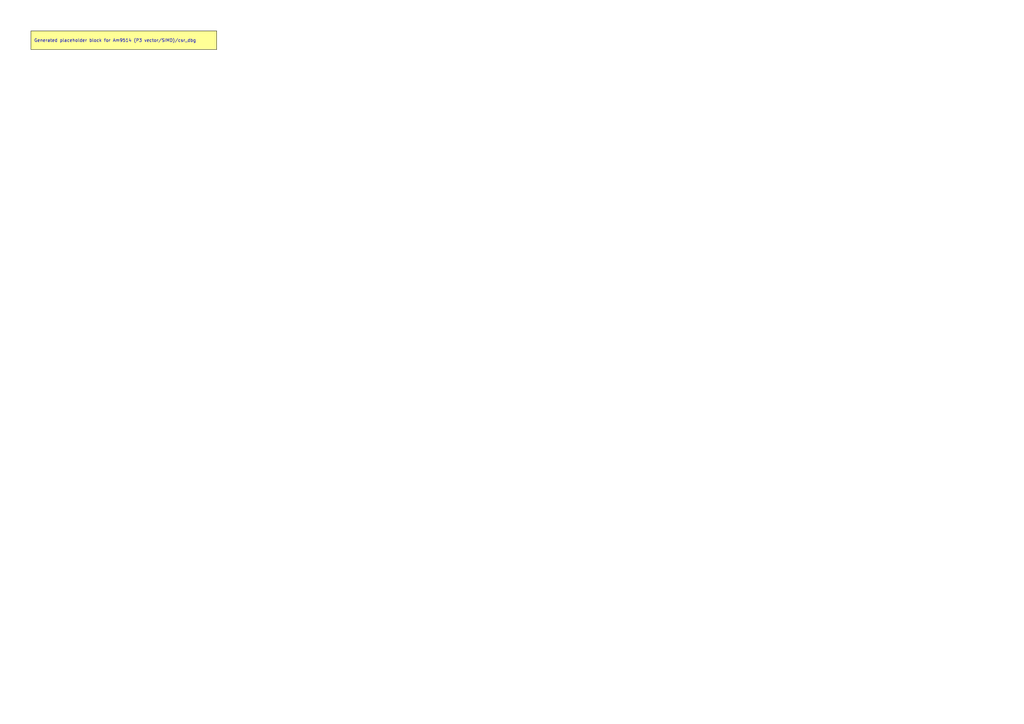
<source format=kicad_sch>
(kicad_sch
	(version 20250114)
	(generator "kicadgen")
	(generator_version "0.2")
	(uuid "bbd63576-ca68-571d-8adf-7d10bc9d698c")
	(paper "A3")
	(title_block
		(title "Am9514 (P3 vector/SIMD)::csr_dbg")
		(company "Project Carbon")
		(comment 1 "Generated - do not edit in generated/")
		(comment 2 "Edit in schem/kicad9/manual/ or refine mapping specs")
	)
	(lib_symbols)
	(text_box
		"Generated placeholder block for Am9514 (P3 vector/SIMD)/csr_dbg"
		(exclude_from_sim no)
		(at
			12.7
			12.7
			0
		)
		(size 76.2 7.62)
		(margins
			1.27
			1.27
			1.27
			1.27
		)
		(stroke
			(width 0)
			(type default)
			(color
				0
				0
				0
				1
			)
		)
		(fill
			(type color)
			(color
				255
				255
				150
				1
			)
		)
		(effects
			(font
				(size 1.27 1.27)
			)
			(justify left)
		)
		(uuid "346fe6c6-cddf-536d-837f-980665092651")
	)
	(sheet_instances
		(path
			"/"
			(page "1")
		)
	)
	(embedded_fonts no)
)

</source>
